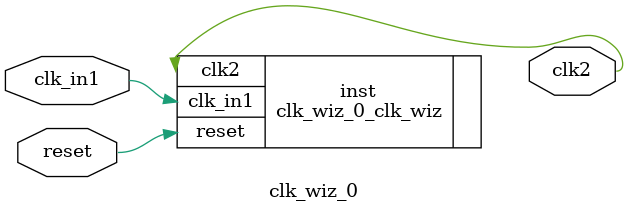
<source format=v>


`timescale 1ps/1ps

(* CORE_GENERATION_INFO = "clk_wiz_0,clk_wiz_v6_0_4_0_0,{component_name=clk_wiz_0,use_phase_alignment=true,use_min_o_jitter=false,use_max_i_jitter=false,use_dyn_phase_shift=false,use_inclk_switchover=false,use_dyn_reconfig=false,enable_axi=0,feedback_source=FDBK_AUTO,PRIMITIVE=MMCM,num_out_clk=1,clkin1_period=10.000,clkin2_period=10.000,use_power_down=false,use_reset=true,use_locked=false,use_inclk_stopped=false,feedback_type=SINGLE,CLOCK_MGR_TYPE=NA,manual_override=false}" *)

module clk_wiz_0 
 (
  // Clock out ports
  output        clk2,
  // Status and control signals
  input         reset,
 // Clock in ports
  input         clk_in1
 );

  clk_wiz_0_clk_wiz inst
  (
  // Clock out ports  
  .clk2(clk2),
  // Status and control signals               
  .reset(reset), 
 // Clock in ports
  .clk_in1(clk_in1)
  );

endmodule

</source>
